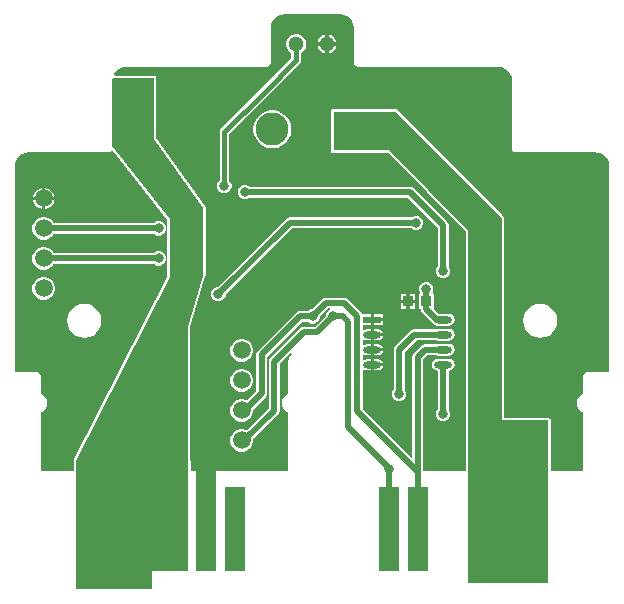
<source format=gbr>
%TF.GenerationSoftware,Altium Limited,Altium Designer,21.6.4 (81)*%
G04 Layer_Physical_Order=1*
G04 Layer_Color=255*
%FSLAX43Y43*%
%MOMM*%
%TF.SameCoordinates,1CE7F002-25C6-4FEA-A4B7-191A7A1919B5*%
%TF.FilePolarity,Positive*%
%TF.FileFunction,Copper,L1,Top,Signal*%
%TF.Part,Single*%
G01*
G75*
%TA.AperFunction,SMDPad,CuDef*%
%ADD10R,0.850X0.900*%
%ADD11R,1.500X0.600*%
%ADD12O,1.500X0.600*%
%TA.AperFunction,ConnectorPad*%
%ADD13R,6.800X8.200*%
%ADD14R,1.700X7.200*%
%ADD15R,1.700X7.200*%
%ADD16R,9.500X7.200*%
%ADD17R,6.500X8.700*%
%TA.AperFunction,Conductor*%
%ADD18C,0.400*%
%ADD19C,0.500*%
%ADD20R,1.700X9.827*%
%ADD21R,9.500X3.150*%
%ADD22R,5.360X3.340*%
%ADD23R,6.802X6.070*%
%TA.AperFunction,ComponentPad*%
%ADD24C,1.300*%
%ADD25C,1.500*%
%ADD26C,2.800*%
%TA.AperFunction,ViaPad*%
%ADD27C,0.800*%
G36*
X27852Y48416D02*
Y48416D01*
X27974Y48404D01*
X28155Y48380D01*
X28437Y48263D01*
X28680Y48077D01*
X28866Y47835D01*
X28983Y47553D01*
X29020Y47269D01*
X29017Y47252D01*
Y44302D01*
X29042Y44175D01*
X29115Y44067D01*
X29223Y43994D01*
X29350Y43969D01*
X29360Y43971D01*
X29370Y43969D01*
X41239D01*
X41252Y43966D01*
Y43966D01*
X41374Y43954D01*
X41555Y43930D01*
X41837Y43813D01*
X42080Y43627D01*
X42266Y43385D01*
X42383Y43103D01*
X42420Y42819D01*
X42417Y42802D01*
Y37052D01*
X42442Y36925D01*
X42515Y36817D01*
X42623Y36744D01*
X42750Y36719D01*
X49489D01*
X49502Y36716D01*
Y36716D01*
X49624Y36704D01*
X49805Y36680D01*
X50087Y36563D01*
X50330Y36377D01*
X50516Y36135D01*
X50633Y35853D01*
X50670Y35569D01*
X50667Y35552D01*
Y18086D01*
X48750D01*
X48623Y18060D01*
X48515Y17988D01*
X48442Y17880D01*
X48417Y17752D01*
X48417Y17752D01*
X48417Y17752D01*
Y16257D01*
X48333Y16222D01*
X48161Y16090D01*
X48028Y15917D01*
X47945Y15716D01*
X47916Y15500D01*
X47945Y15284D01*
X48028Y15083D01*
X48161Y14910D01*
X48333Y14778D01*
X48417Y14743D01*
Y9700D01*
X45705D01*
Y14030D01*
X45690Y14108D01*
X45646Y14174D01*
X45580Y14218D01*
X45502Y14234D01*
X41744D01*
Y31200D01*
X41744Y31200D01*
X41728Y31278D01*
X41684Y31344D01*
X32818Y40211D01*
X32808Y40258D01*
X32764Y40324D01*
X32698Y40368D01*
X32620Y40384D01*
X27260D01*
X27182Y40368D01*
X27116Y40324D01*
X27072Y40258D01*
X27056Y40180D01*
Y36840D01*
X27072Y36762D01*
X27116Y36696D01*
X27182Y36652D01*
X27260Y36636D01*
X31966D01*
X38496Y29969D01*
X38496Y12186D01*
Y9700D01*
X34909D01*
Y19200D01*
X35270Y19561D01*
X35937D01*
X35955Y19549D01*
X36150Y19510D01*
X37050D01*
X37245Y19549D01*
X37410Y19660D01*
X37521Y19825D01*
X37560Y20020D01*
X37521Y20215D01*
X37410Y20380D01*
X37245Y20491D01*
X37050Y20530D01*
X36150D01*
X35955Y20491D01*
X35937Y20479D01*
X35080D01*
X34904Y20444D01*
X34756Y20344D01*
X34126Y19714D01*
X34026Y19566D01*
X33991Y19390D01*
Y10933D01*
X33874Y10885D01*
X29779Y14980D01*
Y18304D01*
X29906Y18372D01*
X29974Y18326D01*
X30150Y18291D01*
X30450D01*
Y18750D01*
Y19209D01*
X30150D01*
X29974Y19174D01*
X29906Y19128D01*
X29779Y19196D01*
Y19574D01*
X29906Y19642D01*
X29974Y19596D01*
X30150Y19561D01*
X30450D01*
Y20020D01*
Y20479D01*
X30150D01*
X29974Y20444D01*
X29906Y20398D01*
X29779Y20466D01*
Y20844D01*
X29906Y20912D01*
X29974Y20866D01*
X30150Y20831D01*
X30450D01*
Y21290D01*
Y21749D01*
X30150D01*
X29974Y21714D01*
X29906Y21668D01*
X29779Y21736D01*
Y22110D01*
X30450D01*
Y22560D01*
Y23010D01*
X29747D01*
X29744Y23026D01*
X29644Y23174D01*
X28524Y24294D01*
X28376Y24394D01*
X28200Y24429D01*
X26680D01*
X26504Y24394D01*
X26356Y24294D01*
X25491Y23430D01*
X25421D01*
X25200Y23339D01*
X25150Y23289D01*
X24450D01*
X24274Y23254D01*
X24126Y23154D01*
X20916Y19944D01*
X20816Y19796D01*
X20781Y19620D01*
Y16540D01*
X19962Y15720D01*
X19901Y15755D01*
X19660Y15820D01*
X19410D01*
X19168Y15755D01*
X18951Y15630D01*
X18774Y15453D01*
X18649Y15237D01*
X18585Y14995D01*
Y14745D01*
X18649Y14503D01*
X18774Y14287D01*
X18951Y14110D01*
X19168Y13985D01*
X19410Y13920D01*
X19660D01*
X19901Y13985D01*
X20118Y14110D01*
X20295Y14287D01*
X20420Y14503D01*
X20485Y14745D01*
Y14946D01*
X21564Y16026D01*
X21664Y16174D01*
X21699Y16350D01*
Y19430D01*
X24640Y22371D01*
X25150D01*
X25200Y22321D01*
X25421Y22230D01*
X25659D01*
X25880Y22321D01*
X26049Y22490D01*
X26140Y22711D01*
Y22781D01*
X26870Y23511D01*
X27005D01*
X27030Y23384D01*
X26920Y23339D01*
X26751Y23170D01*
X26660Y22949D01*
Y22879D01*
X25740Y21959D01*
X24805D01*
X24629Y21924D01*
X24481Y21824D01*
X21963Y19307D01*
X21864Y19158D01*
X21829Y18983D01*
Y15048D01*
X19962Y13180D01*
X19901Y13215D01*
X19660Y13280D01*
X19410D01*
X19168Y13215D01*
X18951Y13090D01*
X18774Y12913D01*
X18649Y12697D01*
X18585Y12455D01*
Y12205D01*
X18649Y11963D01*
X18774Y11747D01*
X18951Y11570D01*
X19168Y11445D01*
X19410Y11380D01*
X19660D01*
X19901Y11445D01*
X20118Y11570D01*
X20295Y11747D01*
X20420Y11963D01*
X20485Y12205D01*
Y12406D01*
X22612Y14533D01*
X22711Y14682D01*
X22746Y14858D01*
Y18793D01*
X23662Y19708D01*
X23765Y19632D01*
X23582Y19289D01*
X23463Y18897D01*
X23423Y18490D01*
X23427D01*
Y16257D01*
X23343Y16222D01*
X23170Y16090D01*
X23038Y15917D01*
X22954Y15716D01*
X22926Y15500D01*
X22954Y15284D01*
X23038Y15083D01*
X23170Y14910D01*
X23343Y14778D01*
X23427Y14743D01*
Y9700D01*
X15204D01*
Y10550D01*
X15188Y10628D01*
X15184Y10635D01*
Y21926D01*
X16470Y26236D01*
X16473Y26265D01*
X16479Y26294D01*
Y32048D01*
X16474Y32071D01*
X16473Y32095D01*
X16467Y32110D01*
X16463Y32126D01*
X16450Y32146D01*
X16440Y32167D01*
X12314Y37898D01*
Y43020D01*
X12298Y43098D01*
X12254Y43164D01*
X12188Y43208D01*
X12110Y43224D01*
X8793Y43224D01*
X8723Y43330D01*
X8747Y43387D01*
X8933Y43630D01*
X9175Y43816D01*
X9457Y43933D01*
X9743Y43970D01*
X9750Y43969D01*
X21650D01*
X21778Y43994D01*
X21886Y44067D01*
X21958Y44175D01*
X21984Y44302D01*
Y47252D01*
X21982Y47260D01*
X22020Y47545D01*
X22137Y47827D01*
X22323Y48070D01*
X22565Y48256D01*
X22847Y48373D01*
X23147Y48412D01*
X23150Y48409D01*
Y48409D01*
X23201Y48419D01*
X27839D01*
X27852Y48416D01*
D02*
G37*
G36*
X13239Y30977D02*
X13239Y26187D01*
X5319Y10721D01*
X5316Y10713D01*
X5312Y10706D01*
X5305Y10675D01*
X5297Y10644D01*
X5298Y10636D01*
X5296Y10628D01*
Y9700D01*
X2584D01*
Y14743D01*
X2667Y14778D01*
X2840Y14910D01*
X2973Y15083D01*
X3056Y15284D01*
X3084Y15500D01*
X3056Y15716D01*
X2973Y15917D01*
X2840Y16090D01*
X2667Y16222D01*
X2584Y16257D01*
Y17752D01*
X2584Y17752D01*
X2558Y17880D01*
X2486Y17988D01*
X2378Y18060D01*
X2250Y18086D01*
X334D01*
Y35552D01*
X332Y35564D01*
X370Y35855D01*
X487Y36137D01*
X673Y36380D01*
X915Y36566D01*
X1197Y36683D01*
X1489Y36721D01*
X1500Y36719D01*
X8250D01*
X8378Y36744D01*
X8486Y36817D01*
X8505Y36844D01*
X8661Y36850D01*
X13239Y30977D01*
D02*
G37*
G36*
X41540Y31200D02*
Y12186D01*
X38700D01*
X38700Y30053D01*
X31996Y36896D01*
X32537Y40044D01*
X32658Y40082D01*
X41540Y31200D01*
D02*
G37*
G36*
X12110Y37833D02*
X16275Y32048D01*
Y26294D01*
X14980Y21956D01*
Y8550D01*
X10400D01*
Y4800D01*
X10100D01*
Y8550D01*
X8900D01*
Y4050D01*
X8600D01*
Y8550D01*
X5500D01*
Y10628D01*
X13443Y26138D01*
X13443Y31047D01*
X8584Y37281D01*
Y40370D01*
X8587Y42676D01*
X8590Y42782D01*
X8594Y42802D01*
X8594D01*
X8591Y42806D01*
X8619Y43020D01*
X12110Y43020D01*
Y37833D01*
D02*
G37*
%LPC*%
G36*
X26900Y46688D02*
Y46050D01*
X27538D01*
X27495Y46209D01*
X27390Y46391D01*
X27241Y46540D01*
X27059Y46645D01*
X26900Y46688D01*
D02*
G37*
G36*
X26600Y46688D02*
X26441Y46645D01*
X26259Y46540D01*
X26110Y46391D01*
X26005Y46209D01*
X25962Y46050D01*
X26600D01*
Y46688D01*
D02*
G37*
G36*
Y45750D02*
X25962D01*
X26005Y45591D01*
X26110Y45409D01*
X26259Y45260D01*
X26441Y45155D01*
X26600Y45112D01*
Y45750D01*
D02*
G37*
G36*
X27538D02*
X26900D01*
Y45112D01*
X27059Y45155D01*
X27241Y45260D01*
X27390Y45409D01*
X27495Y45591D01*
X27538Y45750D01*
D02*
G37*
G36*
X22288Y40265D02*
X21972D01*
X21663Y40204D01*
X21372Y40083D01*
X21110Y39908D01*
X20887Y39685D01*
X20712Y39423D01*
X20591Y39132D01*
X20530Y38823D01*
Y38507D01*
X20591Y38198D01*
X20712Y37907D01*
X20887Y37645D01*
X21110Y37422D01*
X21372Y37247D01*
X21663Y37126D01*
X21972Y37065D01*
X22288D01*
X22597Y37126D01*
X22888Y37247D01*
X23150Y37422D01*
X23373Y37645D01*
X23548Y37907D01*
X23669Y38198D01*
X23730Y38507D01*
Y38823D01*
X23669Y39132D01*
X23548Y39423D01*
X23373Y39685D01*
X23150Y39908D01*
X22888Y40083D01*
X22597Y40204D01*
X22288Y40265D01*
D02*
G37*
G36*
X24262Y46750D02*
X24038D01*
X23822Y46692D01*
X23628Y46580D01*
X23470Y46422D01*
X23358Y46228D01*
X23300Y46012D01*
Y45788D01*
X23358Y45572D01*
X23470Y45378D01*
X23628Y45220D01*
X23742Y45154D01*
Y44709D01*
X21102Y42068D01*
X21102Y42068D01*
X21102Y42068D01*
X17787Y38753D01*
X17698Y38621D01*
X17667Y38465D01*
X17667Y38465D01*
Y34326D01*
X17566Y34225D01*
X17475Y34004D01*
Y33766D01*
X17566Y33545D01*
X17735Y33376D01*
X17956Y33285D01*
X18194D01*
X18415Y33376D01*
X18584Y33545D01*
X18675Y33766D01*
Y34004D01*
X18584Y34225D01*
X18483Y34326D01*
Y38296D01*
X21678Y41492D01*
X21678Y41492D01*
X24438Y44252D01*
X24438Y44252D01*
X24527Y44384D01*
X24558Y44540D01*
X24558Y44540D01*
Y45154D01*
X24672Y45220D01*
X24830Y45378D01*
X24942Y45572D01*
X25000Y45788D01*
Y46012D01*
X24942Y46228D01*
X24830Y46422D01*
X24672Y46580D01*
X24478Y46692D01*
X24262Y46750D01*
D02*
G37*
G36*
X34428Y31370D02*
X34189D01*
X33968Y31279D01*
X33918Y31229D01*
X23620D01*
X23445Y31194D01*
X23296Y31095D01*
X17521Y25320D01*
X17451D01*
X17230Y25229D01*
X17061Y25060D01*
X16970Y24839D01*
Y24601D01*
X17061Y24380D01*
X17230Y24211D01*
X17451Y24120D01*
X17689D01*
X17910Y24211D01*
X18079Y24380D01*
X18170Y24601D01*
Y24671D01*
X23810Y30312D01*
X33918D01*
X33968Y30262D01*
X34189Y30170D01*
X34428D01*
X34648Y30262D01*
X34817Y30431D01*
X34908Y30651D01*
Y30890D01*
X34817Y31110D01*
X34648Y31279D01*
X34428Y31370D01*
D02*
G37*
G36*
X19909Y33950D02*
X19671D01*
X19450Y33859D01*
X19281Y33690D01*
X19190Y33470D01*
Y33231D01*
X19281Y33010D01*
X19450Y32842D01*
X19671Y32750D01*
X19909D01*
X20130Y32842D01*
X20180Y32892D01*
X33606D01*
X36151Y30346D01*
Y27050D01*
X36101Y27000D01*
X36010Y26779D01*
Y26541D01*
X36101Y26320D01*
X36270Y26151D01*
X36491Y26060D01*
X36729D01*
X36950Y26151D01*
X37119Y26320D01*
X37210Y26541D01*
Y26779D01*
X37119Y27000D01*
X37069Y27050D01*
Y30536D01*
X37034Y30712D01*
X36934Y30861D01*
X34120Y33675D01*
X33972Y33774D01*
X33796Y33809D01*
X20180D01*
X20130Y33859D01*
X19909Y33950D01*
D02*
G37*
G36*
X34200Y24700D02*
X33775D01*
Y24250D01*
X34200D01*
Y24700D01*
D02*
G37*
G36*
X33475D02*
X33050D01*
Y24250D01*
X33475D01*
Y24700D01*
D02*
G37*
G36*
X34200Y23950D02*
X33775D01*
Y23500D01*
X34200D01*
Y23950D01*
D02*
G37*
G36*
X33475D02*
X33050D01*
Y23500D01*
X33475D01*
Y23950D01*
D02*
G37*
G36*
X31500Y23010D02*
X30750D01*
Y22710D01*
X31500D01*
Y23010D01*
D02*
G37*
G36*
Y22410D02*
X30750D01*
Y22110D01*
X31500D01*
Y22410D01*
D02*
G37*
G36*
X35289Y25780D02*
X35051D01*
X34830Y25689D01*
X34661Y25520D01*
X34570Y25299D01*
Y25061D01*
X34646Y24877D01*
X34598Y24776D01*
X34572Y24750D01*
X34550D01*
Y23450D01*
X34711D01*
Y23443D01*
X34746Y23268D01*
X34846Y23119D01*
X35777Y22187D01*
X35926Y22088D01*
X36102Y22053D01*
X36119Y22056D01*
X36150Y22050D01*
X37050D01*
X37245Y22089D01*
X37410Y22200D01*
X37521Y22365D01*
X37560Y22560D01*
X37521Y22755D01*
X37410Y22920D01*
X37245Y23031D01*
X37050Y23070D01*
X36192D01*
X35800Y23462D01*
Y24750D01*
X35768D01*
X35742Y24776D01*
X35694Y24877D01*
X35770Y25061D01*
Y25299D01*
X35679Y25520D01*
X35510Y25689D01*
X35289Y25780D01*
D02*
G37*
G36*
X31050Y21749D02*
X30750D01*
Y21440D01*
X31479D01*
X31474Y21466D01*
X31374Y21614D01*
X31226Y21714D01*
X31050Y21749D01*
D02*
G37*
G36*
X44800Y23892D02*
X44428Y23843D01*
X44081Y23699D01*
X43783Y23470D01*
X43554Y23172D01*
X43410Y22825D01*
X43361Y22452D01*
X43410Y22080D01*
X43554Y21733D01*
X43783Y21435D01*
X44081Y21206D01*
X44428Y21062D01*
X44800Y21013D01*
X45173Y21062D01*
X45520Y21206D01*
X45818Y21435D01*
X46047Y21733D01*
X46191Y22080D01*
X46240Y22452D01*
X46191Y22825D01*
X46047Y23172D01*
X45818Y23470D01*
X45520Y23699D01*
X45173Y23843D01*
X44800Y23892D01*
D02*
G37*
G36*
X31479Y21140D02*
X30750D01*
Y20831D01*
X31050D01*
X31226Y20866D01*
X31374Y20966D01*
X31474Y21114D01*
X31479Y21140D01*
D02*
G37*
G36*
X37050Y21800D02*
X36150D01*
X35955Y21761D01*
X35937Y21749D01*
X34150D01*
X33974Y21714D01*
X33826Y21614D01*
X32556Y20344D01*
X32456Y20196D01*
X32421Y20020D01*
Y16640D01*
X32371Y16590D01*
X32280Y16369D01*
Y16131D01*
X32371Y15910D01*
X32540Y15741D01*
X32761Y15650D01*
X32999D01*
X33220Y15741D01*
X33389Y15910D01*
X33480Y16131D01*
Y16369D01*
X33389Y16590D01*
X33339Y16640D01*
Y19830D01*
X34340Y20831D01*
X35937D01*
X35955Y20819D01*
X36150Y20780D01*
X37050D01*
X37245Y20819D01*
X37410Y20930D01*
X37521Y21095D01*
X37560Y21290D01*
X37521Y21485D01*
X37410Y21650D01*
X37245Y21761D01*
X37050Y21800D01*
D02*
G37*
G36*
X31050Y20479D02*
X30750D01*
Y20170D01*
X31479D01*
X31474Y20196D01*
X31374Y20344D01*
X31226Y20444D01*
X31050Y20479D01*
D02*
G37*
G36*
X31479Y19870D02*
X30750D01*
Y19561D01*
X31050D01*
X31226Y19596D01*
X31374Y19696D01*
X31474Y19844D01*
X31479Y19870D01*
D02*
G37*
G36*
X19660Y20900D02*
X19410D01*
X19168Y20835D01*
X18951Y20710D01*
X18774Y20533D01*
X18649Y20317D01*
X18585Y20075D01*
Y19825D01*
X18649Y19583D01*
X18774Y19367D01*
X18951Y19190D01*
X19168Y19065D01*
X19410Y19000D01*
X19660D01*
X19901Y19065D01*
X20118Y19190D01*
X20295Y19367D01*
X20420Y19583D01*
X20485Y19825D01*
Y20075D01*
X20420Y20317D01*
X20295Y20533D01*
X20118Y20710D01*
X19901Y20835D01*
X19660Y20900D01*
D02*
G37*
G36*
X31050Y19209D02*
X30750D01*
Y18900D01*
X31479D01*
X31474Y18926D01*
X31374Y19074D01*
X31226Y19174D01*
X31050Y19209D01*
D02*
G37*
G36*
X31479Y18600D02*
X30750D01*
Y18291D01*
X31050D01*
X31226Y18326D01*
X31374Y18426D01*
X31474Y18574D01*
X31479Y18600D01*
D02*
G37*
G36*
X19660Y18360D02*
X19410D01*
X19168Y18295D01*
X18951Y18170D01*
X18774Y17993D01*
X18649Y17777D01*
X18585Y17535D01*
Y17285D01*
X18649Y17043D01*
X18774Y16827D01*
X18951Y16650D01*
X19168Y16525D01*
X19410Y16460D01*
X19660D01*
X19901Y16525D01*
X20118Y16650D01*
X20295Y16827D01*
X20420Y17043D01*
X20485Y17285D01*
Y17535D01*
X20420Y17777D01*
X20295Y17993D01*
X20118Y18170D01*
X19901Y18295D01*
X19660Y18360D01*
D02*
G37*
G36*
X37050Y19260D02*
X36150D01*
X35955Y19221D01*
X35790Y19110D01*
X35679Y18945D01*
X35640Y18750D01*
X35679Y18555D01*
X35790Y18390D01*
X35955Y18279D01*
X36141Y18242D01*
Y14930D01*
X36091Y14880D01*
X36000Y14659D01*
Y14421D01*
X36091Y14200D01*
X36260Y14031D01*
X36481Y13940D01*
X36719D01*
X36940Y14031D01*
X37109Y14200D01*
X37200Y14421D01*
Y14659D01*
X37109Y14880D01*
X37059Y14930D01*
Y18242D01*
X37245Y18279D01*
X37410Y18390D01*
X37521Y18555D01*
X37560Y18750D01*
X37521Y18945D01*
X37410Y19110D01*
X37245Y19221D01*
X37050Y19260D01*
D02*
G37*
G36*
X2920Y33712D02*
Y32970D01*
X3662D01*
X3609Y33167D01*
X3490Y33373D01*
X3323Y33540D01*
X3117Y33659D01*
X2920Y33712D01*
D02*
G37*
G36*
X2620Y33712D02*
X2423Y33659D01*
X2217Y33540D01*
X2050Y33373D01*
X1931Y33167D01*
X1878Y32970D01*
X2620D01*
Y33712D01*
D02*
G37*
G36*
Y32670D02*
X1878D01*
X1931Y32473D01*
X2050Y32267D01*
X2217Y32100D01*
X2423Y31981D01*
X2620Y31928D01*
Y32670D01*
D02*
G37*
G36*
X3662D02*
X2920D01*
Y31928D01*
X3117Y31981D01*
X3323Y32100D01*
X3490Y32267D01*
X3609Y32473D01*
X3662Y32670D01*
D02*
G37*
G36*
X2895Y31230D02*
X2645D01*
X2403Y31165D01*
X2187Y31040D01*
X2010Y30863D01*
X1885Y30647D01*
X1820Y30405D01*
Y30155D01*
X1885Y29913D01*
X2010Y29697D01*
X2187Y29520D01*
X2403Y29395D01*
X2645Y29330D01*
X2895D01*
X3137Y29395D01*
X3353Y29520D01*
X3530Y29697D01*
X3602Y29821D01*
X12108D01*
X12158Y29771D01*
X12378Y29680D01*
X12617D01*
X12838Y29771D01*
X13006Y29940D01*
X13098Y30161D01*
Y30399D01*
X13006Y30620D01*
X12838Y30789D01*
X12617Y30880D01*
X12378D01*
X12158Y30789D01*
X12108Y30739D01*
X3602D01*
X3530Y30863D01*
X3353Y31040D01*
X3137Y31165D01*
X2895Y31230D01*
D02*
G37*
G36*
Y28690D02*
X2645D01*
X2403Y28625D01*
X2187Y28500D01*
X2010Y28323D01*
X1885Y28107D01*
X1820Y27865D01*
Y27615D01*
X1885Y27373D01*
X2010Y27157D01*
X2187Y26980D01*
X2403Y26855D01*
X2645Y26790D01*
X2895D01*
X3137Y26855D01*
X3353Y26980D01*
X3530Y27157D01*
X3601Y27279D01*
X12108D01*
X12160Y27227D01*
X12381Y27135D01*
X12619D01*
X12840Y27227D01*
X13009Y27395D01*
X13100Y27616D01*
Y27855D01*
X13009Y28075D01*
X12840Y28244D01*
X12619Y28335D01*
X12381D01*
X12160Y28244D01*
X12113Y28196D01*
X3603D01*
X3530Y28323D01*
X3353Y28500D01*
X3137Y28625D01*
X2895Y28690D01*
D02*
G37*
G36*
Y26150D02*
X2645D01*
X2403Y26085D01*
X2187Y25960D01*
X2010Y25783D01*
X1885Y25567D01*
X1820Y25325D01*
Y25075D01*
X1885Y24833D01*
X2010Y24617D01*
X2187Y24440D01*
X2403Y24315D01*
X2645Y24250D01*
X2895D01*
X3137Y24315D01*
X3353Y24440D01*
X3530Y24617D01*
X3655Y24833D01*
X3720Y25075D01*
Y25325D01*
X3655Y25567D01*
X3530Y25783D01*
X3353Y25960D01*
X3137Y26085D01*
X2895Y26150D01*
D02*
G37*
G36*
X6200Y23892D02*
X5828Y23843D01*
X5481Y23699D01*
X5183Y23470D01*
X4954Y23172D01*
X4810Y22825D01*
X4761Y22452D01*
X4810Y22080D01*
X4954Y21733D01*
X5183Y21435D01*
X5481Y21206D01*
X5828Y21062D01*
X6200Y21013D01*
X6573Y21062D01*
X6920Y21206D01*
X7218Y21435D01*
X7447Y21733D01*
X7591Y22080D01*
X7640Y22452D01*
X7591Y22825D01*
X7447Y23172D01*
X7218Y23470D01*
X6920Y23699D01*
X6573Y23843D01*
X6200Y23892D01*
D02*
G37*
%LPD*%
D10*
X33625Y24100D02*
D03*
X35175D02*
D03*
D11*
X30600Y22560D02*
D03*
D12*
Y21290D02*
D03*
Y20020D02*
D03*
Y18750D02*
D03*
X36600Y22560D02*
D03*
Y21290D02*
D03*
Y20020D02*
D03*
Y18750D02*
D03*
D13*
X42100Y4300D02*
D03*
D14*
X34450Y4800D02*
D03*
X32050D02*
D03*
X18950D02*
D03*
D15*
X16550D02*
D03*
D16*
X10250D02*
D03*
D17*
X8750Y4050D02*
D03*
D18*
X24150Y44540D02*
Y45900D01*
X21390Y41780D02*
X24150Y44540D01*
X21390Y41780D02*
X21390D01*
X18075Y38465D02*
X21390Y41780D01*
X18075Y33885D02*
Y38465D01*
D19*
X17570Y24720D02*
X23620Y30770D01*
X34308D01*
X29320Y14790D02*
Y22850D01*
X26680Y23970D02*
X28200D01*
X29320Y22850D01*
Y14790D02*
X34450Y9660D01*
X28530Y13490D02*
Y22384D01*
X28084Y22830D02*
X28530Y22384D01*
Y13490D02*
X32040Y9980D01*
X22288Y18983D02*
X24805Y21500D01*
X22288Y14858D02*
Y18983D01*
X19760Y12330D02*
X22288Y14858D01*
X32880Y20020D02*
X34150Y21290D01*
X32880Y16250D02*
Y20020D01*
X36600Y14540D02*
X36600Y14540D01*
X36600Y14540D02*
Y18750D01*
X32050Y4800D02*
Y9950D01*
X34450Y19390D02*
X35080Y20020D01*
X36600D01*
X34450Y9660D02*
Y19390D01*
X34150Y21290D02*
X36600D01*
X35170Y23443D02*
X36102Y22512D01*
X35170Y23443D02*
Y25180D01*
X34450Y4800D02*
Y9660D01*
X41095Y5305D02*
X42100Y4300D01*
X41095Y5305D02*
Y29805D01*
X32235Y38665D02*
X41095Y29805D01*
X28860Y38665D02*
X32235D01*
X19790Y33350D02*
X33796D01*
X36610Y30536D01*
Y26660D02*
Y30536D01*
X3041Y30280D02*
X12498D01*
X2852Y30468D02*
X3041Y30280D01*
X2810Y27715D02*
X2833Y27738D01*
X12498D02*
X12500Y27735D01*
X2833Y27738D02*
X12498D01*
X21240Y16350D02*
Y19620D01*
X24450Y22830D02*
X25540D01*
X21240Y19620D02*
X24450Y22830D01*
X24805Y21500D02*
X25930D01*
X20151Y15270D02*
X20160D01*
X19760Y14879D02*
X20151Y15270D01*
X20160D02*
X21240Y16350D01*
X27260Y22830D02*
X28084D01*
X25930Y21500D02*
X27260Y22830D01*
X25540D02*
X26680Y23970D01*
X28860Y38665D02*
Y38820D01*
D20*
X16550Y10266D02*
D03*
D21*
X10250Y8975D02*
D03*
D22*
X29940Y38510D02*
D03*
D23*
X42101Y10995D02*
D03*
D24*
X26750Y45900D02*
D03*
X24150D02*
D03*
D25*
X2770Y25200D02*
D03*
Y27740D02*
D03*
Y30280D02*
D03*
Y32820D02*
D03*
X19535Y19950D02*
D03*
Y17410D02*
D03*
Y14870D02*
D03*
Y12330D02*
D03*
D26*
X22130Y38665D02*
D03*
X28860D02*
D03*
D27*
X17570Y24720D02*
D03*
X32880Y16250D02*
D03*
X36600Y14540D02*
D03*
X35170Y25180D02*
D03*
X31420Y14510D02*
D03*
X32010Y9950D02*
D03*
X4070Y11540D02*
D03*
Y12560D02*
D03*
Y13540D02*
D03*
X16520Y10530D02*
D03*
X16580Y13480D02*
D03*
X34308Y30770D02*
D03*
X12498Y30280D02*
D03*
X12500Y27735D02*
D03*
X18075Y33885D02*
D03*
X19790Y33350D02*
D03*
X9050Y42600D02*
D03*
X9020Y41620D02*
D03*
Y40570D02*
D03*
Y39530D02*
D03*
X40290Y18840D02*
D03*
X27260Y22830D02*
D03*
X25540D02*
D03*
X36610Y26660D02*
D03*
%TF.MD5,2a95e7ac94c00f8c756e99051672d53f*%
M02*

</source>
